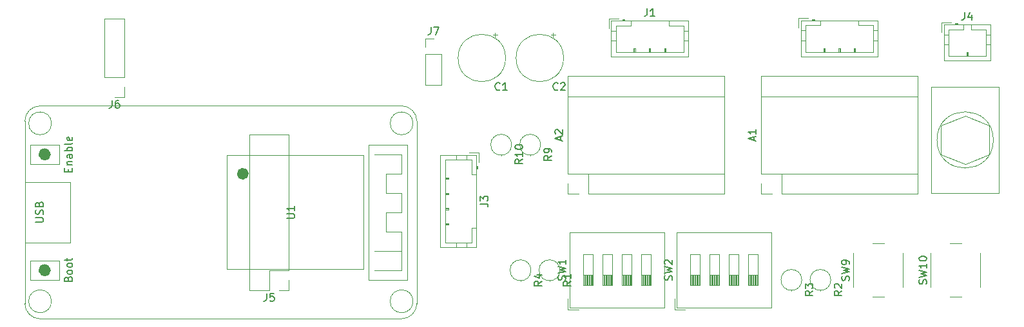
<source format=gbr>
%TF.GenerationSoftware,KiCad,Pcbnew,7.0.9*%
%TF.CreationDate,2024-02-22T23:19:38-05:00*%
%TF.ProjectId,schematics,73636865-6d61-4746-9963-732e6b696361,rev?*%
%TF.SameCoordinates,Original*%
%TF.FileFunction,Legend,Top*%
%TF.FilePolarity,Positive*%
%FSLAX46Y46*%
G04 Gerber Fmt 4.6, Leading zero omitted, Abs format (unit mm)*
G04 Created by KiCad (PCBNEW 7.0.9) date 2024-02-22 23:19:38*
%MOMM*%
%LPD*%
G01*
G04 APERTURE LIST*
%ADD10C,0.150000*%
%ADD11C,0.120000*%
%ADD12C,1.000000*%
%ADD13C,0.800000*%
G04 APERTURE END LIST*
D10*
X163999104Y-69284285D02*
X163999104Y-68808095D01*
X164284819Y-69379523D02*
X163284819Y-69046190D01*
X163284819Y-69046190D02*
X164284819Y-68712857D01*
X163380057Y-68427142D02*
X163332438Y-68379523D01*
X163332438Y-68379523D02*
X163284819Y-68284285D01*
X163284819Y-68284285D02*
X163284819Y-68046190D01*
X163284819Y-68046190D02*
X163332438Y-67950952D01*
X163332438Y-67950952D02*
X163380057Y-67903333D01*
X163380057Y-67903333D02*
X163475295Y-67855714D01*
X163475295Y-67855714D02*
X163570533Y-67855714D01*
X163570533Y-67855714D02*
X163713390Y-67903333D01*
X163713390Y-67903333D02*
X164284819Y-68474761D01*
X164284819Y-68474761D02*
X164284819Y-67855714D01*
X175386666Y-51926819D02*
X175386666Y-52641104D01*
X175386666Y-52641104D02*
X175339047Y-52783961D01*
X175339047Y-52783961D02*
X175243809Y-52879200D01*
X175243809Y-52879200D02*
X175100952Y-52926819D01*
X175100952Y-52926819D02*
X175005714Y-52926819D01*
X176386666Y-52926819D02*
X175815238Y-52926819D01*
X176100952Y-52926819D02*
X176100952Y-51926819D01*
X176100952Y-51926819D02*
X176005714Y-52069676D01*
X176005714Y-52069676D02*
X175910476Y-52164914D01*
X175910476Y-52164914D02*
X175815238Y-52212533D01*
X156043333Y-62589580D02*
X155995714Y-62637200D01*
X155995714Y-62637200D02*
X155852857Y-62684819D01*
X155852857Y-62684819D02*
X155757619Y-62684819D01*
X155757619Y-62684819D02*
X155614762Y-62637200D01*
X155614762Y-62637200D02*
X155519524Y-62541961D01*
X155519524Y-62541961D02*
X155471905Y-62446723D01*
X155471905Y-62446723D02*
X155424286Y-62256247D01*
X155424286Y-62256247D02*
X155424286Y-62113390D01*
X155424286Y-62113390D02*
X155471905Y-61922914D01*
X155471905Y-61922914D02*
X155519524Y-61827676D01*
X155519524Y-61827676D02*
X155614762Y-61732438D01*
X155614762Y-61732438D02*
X155757619Y-61684819D01*
X155757619Y-61684819D02*
X155852857Y-61684819D01*
X155852857Y-61684819D02*
X155995714Y-61732438D01*
X155995714Y-61732438D02*
X156043333Y-61780057D01*
X156995714Y-62684819D02*
X156424286Y-62684819D01*
X156710000Y-62684819D02*
X156710000Y-61684819D01*
X156710000Y-61684819D02*
X156614762Y-61827676D01*
X156614762Y-61827676D02*
X156519524Y-61922914D01*
X156519524Y-61922914D02*
X156424286Y-61970533D01*
X200977319Y-89066666D02*
X200501128Y-89399999D01*
X200977319Y-89638094D02*
X199977319Y-89638094D01*
X199977319Y-89638094D02*
X199977319Y-89257142D01*
X199977319Y-89257142D02*
X200024938Y-89161904D01*
X200024938Y-89161904D02*
X200072557Y-89114285D01*
X200072557Y-89114285D02*
X200167795Y-89066666D01*
X200167795Y-89066666D02*
X200310652Y-89066666D01*
X200310652Y-89066666D02*
X200405890Y-89114285D01*
X200405890Y-89114285D02*
X200453509Y-89161904D01*
X200453509Y-89161904D02*
X200501128Y-89257142D01*
X200501128Y-89257142D02*
X200501128Y-89638094D01*
X200072557Y-88685713D02*
X200024938Y-88638094D01*
X200024938Y-88638094D02*
X199977319Y-88542856D01*
X199977319Y-88542856D02*
X199977319Y-88304761D01*
X199977319Y-88304761D02*
X200024938Y-88209523D01*
X200024938Y-88209523D02*
X200072557Y-88161904D01*
X200072557Y-88161904D02*
X200167795Y-88114285D01*
X200167795Y-88114285D02*
X200263033Y-88114285D01*
X200263033Y-88114285D02*
X200405890Y-88161904D01*
X200405890Y-88161904D02*
X200977319Y-88733332D01*
X200977319Y-88733332D02*
X200977319Y-88114285D01*
X161574819Y-87796666D02*
X161098628Y-88129999D01*
X161574819Y-88368094D02*
X160574819Y-88368094D01*
X160574819Y-88368094D02*
X160574819Y-87987142D01*
X160574819Y-87987142D02*
X160622438Y-87891904D01*
X160622438Y-87891904D02*
X160670057Y-87844285D01*
X160670057Y-87844285D02*
X160765295Y-87796666D01*
X160765295Y-87796666D02*
X160908152Y-87796666D01*
X160908152Y-87796666D02*
X161003390Y-87844285D01*
X161003390Y-87844285D02*
X161051009Y-87891904D01*
X161051009Y-87891904D02*
X161098628Y-87987142D01*
X161098628Y-87987142D02*
X161098628Y-88368094D01*
X160908152Y-86939523D02*
X161574819Y-86939523D01*
X160527200Y-87177618D02*
X161241485Y-87415713D01*
X161241485Y-87415713D02*
X161241485Y-86796666D01*
X212057200Y-88169523D02*
X212104819Y-88026666D01*
X212104819Y-88026666D02*
X212104819Y-87788571D01*
X212104819Y-87788571D02*
X212057200Y-87693333D01*
X212057200Y-87693333D02*
X212009580Y-87645714D01*
X212009580Y-87645714D02*
X211914342Y-87598095D01*
X211914342Y-87598095D02*
X211819104Y-87598095D01*
X211819104Y-87598095D02*
X211723866Y-87645714D01*
X211723866Y-87645714D02*
X211676247Y-87693333D01*
X211676247Y-87693333D02*
X211628628Y-87788571D01*
X211628628Y-87788571D02*
X211581009Y-87979047D01*
X211581009Y-87979047D02*
X211533390Y-88074285D01*
X211533390Y-88074285D02*
X211485771Y-88121904D01*
X211485771Y-88121904D02*
X211390533Y-88169523D01*
X211390533Y-88169523D02*
X211295295Y-88169523D01*
X211295295Y-88169523D02*
X211200057Y-88121904D01*
X211200057Y-88121904D02*
X211152438Y-88074285D01*
X211152438Y-88074285D02*
X211104819Y-87979047D01*
X211104819Y-87979047D02*
X211104819Y-87740952D01*
X211104819Y-87740952D02*
X211152438Y-87598095D01*
X211104819Y-87264761D02*
X212104819Y-87026666D01*
X212104819Y-87026666D02*
X211390533Y-86836190D01*
X211390533Y-86836190D02*
X212104819Y-86645714D01*
X212104819Y-86645714D02*
X211104819Y-86407619D01*
X212104819Y-85502857D02*
X212104819Y-86074285D01*
X212104819Y-85788571D02*
X211104819Y-85788571D01*
X211104819Y-85788571D02*
X211247676Y-85883809D01*
X211247676Y-85883809D02*
X211342914Y-85979047D01*
X211342914Y-85979047D02*
X211390533Y-86074285D01*
X211104819Y-84883809D02*
X211104819Y-84788571D01*
X211104819Y-84788571D02*
X211152438Y-84693333D01*
X211152438Y-84693333D02*
X211200057Y-84645714D01*
X211200057Y-84645714D02*
X211295295Y-84598095D01*
X211295295Y-84598095D02*
X211485771Y-84550476D01*
X211485771Y-84550476D02*
X211723866Y-84550476D01*
X211723866Y-84550476D02*
X211914342Y-84598095D01*
X211914342Y-84598095D02*
X212009580Y-84645714D01*
X212009580Y-84645714D02*
X212057200Y-84693333D01*
X212057200Y-84693333D02*
X212104819Y-84788571D01*
X212104819Y-84788571D02*
X212104819Y-84883809D01*
X212104819Y-84883809D02*
X212057200Y-84979047D01*
X212057200Y-84979047D02*
X212009580Y-85026666D01*
X212009580Y-85026666D02*
X211914342Y-85074285D01*
X211914342Y-85074285D02*
X211723866Y-85121904D01*
X211723866Y-85121904D02*
X211485771Y-85121904D01*
X211485771Y-85121904D02*
X211295295Y-85074285D01*
X211295295Y-85074285D02*
X211200057Y-85026666D01*
X211200057Y-85026666D02*
X211152438Y-84979047D01*
X211152438Y-84979047D02*
X211104819Y-84883809D01*
X178639700Y-87650832D02*
X178687319Y-87507975D01*
X178687319Y-87507975D02*
X178687319Y-87269880D01*
X178687319Y-87269880D02*
X178639700Y-87174642D01*
X178639700Y-87174642D02*
X178592080Y-87127023D01*
X178592080Y-87127023D02*
X178496842Y-87079404D01*
X178496842Y-87079404D02*
X178401604Y-87079404D01*
X178401604Y-87079404D02*
X178306366Y-87127023D01*
X178306366Y-87127023D02*
X178258747Y-87174642D01*
X178258747Y-87174642D02*
X178211128Y-87269880D01*
X178211128Y-87269880D02*
X178163509Y-87460356D01*
X178163509Y-87460356D02*
X178115890Y-87555594D01*
X178115890Y-87555594D02*
X178068271Y-87603213D01*
X178068271Y-87603213D02*
X177973033Y-87650832D01*
X177973033Y-87650832D02*
X177877795Y-87650832D01*
X177877795Y-87650832D02*
X177782557Y-87603213D01*
X177782557Y-87603213D02*
X177734938Y-87555594D01*
X177734938Y-87555594D02*
X177687319Y-87460356D01*
X177687319Y-87460356D02*
X177687319Y-87222261D01*
X177687319Y-87222261D02*
X177734938Y-87079404D01*
X177687319Y-86746070D02*
X178687319Y-86507975D01*
X178687319Y-86507975D02*
X177973033Y-86317499D01*
X177973033Y-86317499D02*
X178687319Y-86127023D01*
X178687319Y-86127023D02*
X177687319Y-85888928D01*
X177782557Y-85555594D02*
X177734938Y-85507975D01*
X177734938Y-85507975D02*
X177687319Y-85412737D01*
X177687319Y-85412737D02*
X177687319Y-85174642D01*
X177687319Y-85174642D02*
X177734938Y-85079404D01*
X177734938Y-85079404D02*
X177782557Y-85031785D01*
X177782557Y-85031785D02*
X177877795Y-84984166D01*
X177877795Y-84984166D02*
X177973033Y-84984166D01*
X177973033Y-84984166D02*
X178115890Y-85031785D01*
X178115890Y-85031785D02*
X178687319Y-85603213D01*
X178687319Y-85603213D02*
X178687319Y-84984166D01*
X164637200Y-87650832D02*
X164684819Y-87507975D01*
X164684819Y-87507975D02*
X164684819Y-87269880D01*
X164684819Y-87269880D02*
X164637200Y-87174642D01*
X164637200Y-87174642D02*
X164589580Y-87127023D01*
X164589580Y-87127023D02*
X164494342Y-87079404D01*
X164494342Y-87079404D02*
X164399104Y-87079404D01*
X164399104Y-87079404D02*
X164303866Y-87127023D01*
X164303866Y-87127023D02*
X164256247Y-87174642D01*
X164256247Y-87174642D02*
X164208628Y-87269880D01*
X164208628Y-87269880D02*
X164161009Y-87460356D01*
X164161009Y-87460356D02*
X164113390Y-87555594D01*
X164113390Y-87555594D02*
X164065771Y-87603213D01*
X164065771Y-87603213D02*
X163970533Y-87650832D01*
X163970533Y-87650832D02*
X163875295Y-87650832D01*
X163875295Y-87650832D02*
X163780057Y-87603213D01*
X163780057Y-87603213D02*
X163732438Y-87555594D01*
X163732438Y-87555594D02*
X163684819Y-87460356D01*
X163684819Y-87460356D02*
X163684819Y-87222261D01*
X163684819Y-87222261D02*
X163732438Y-87079404D01*
X163684819Y-86746070D02*
X164684819Y-86507975D01*
X164684819Y-86507975D02*
X163970533Y-86317499D01*
X163970533Y-86317499D02*
X164684819Y-86127023D01*
X164684819Y-86127023D02*
X163684819Y-85888928D01*
X164684819Y-84984166D02*
X164684819Y-85555594D01*
X164684819Y-85269880D02*
X163684819Y-85269880D01*
X163684819Y-85269880D02*
X163827676Y-85365118D01*
X163827676Y-85365118D02*
X163922914Y-85460356D01*
X163922914Y-85460356D02*
X163970533Y-85555594D01*
X153484819Y-77613333D02*
X154199104Y-77613333D01*
X154199104Y-77613333D02*
X154341961Y-77660952D01*
X154341961Y-77660952D02*
X154437200Y-77756190D01*
X154437200Y-77756190D02*
X154484819Y-77899047D01*
X154484819Y-77899047D02*
X154484819Y-77994285D01*
X153484819Y-77232380D02*
X153484819Y-76613333D01*
X153484819Y-76613333D02*
X153865771Y-76946666D01*
X153865771Y-76946666D02*
X153865771Y-76803809D01*
X153865771Y-76803809D02*
X153913390Y-76708571D01*
X153913390Y-76708571D02*
X153961009Y-76660952D01*
X153961009Y-76660952D02*
X154056247Y-76613333D01*
X154056247Y-76613333D02*
X154294342Y-76613333D01*
X154294342Y-76613333D02*
X154389580Y-76660952D01*
X154389580Y-76660952D02*
X154437200Y-76708571D01*
X154437200Y-76708571D02*
X154484819Y-76803809D01*
X154484819Y-76803809D02*
X154484819Y-77089523D01*
X154484819Y-77089523D02*
X154437200Y-77184761D01*
X154437200Y-77184761D02*
X154389580Y-77232380D01*
X201897200Y-87693332D02*
X201944819Y-87550475D01*
X201944819Y-87550475D02*
X201944819Y-87312380D01*
X201944819Y-87312380D02*
X201897200Y-87217142D01*
X201897200Y-87217142D02*
X201849580Y-87169523D01*
X201849580Y-87169523D02*
X201754342Y-87121904D01*
X201754342Y-87121904D02*
X201659104Y-87121904D01*
X201659104Y-87121904D02*
X201563866Y-87169523D01*
X201563866Y-87169523D02*
X201516247Y-87217142D01*
X201516247Y-87217142D02*
X201468628Y-87312380D01*
X201468628Y-87312380D02*
X201421009Y-87502856D01*
X201421009Y-87502856D02*
X201373390Y-87598094D01*
X201373390Y-87598094D02*
X201325771Y-87645713D01*
X201325771Y-87645713D02*
X201230533Y-87693332D01*
X201230533Y-87693332D02*
X201135295Y-87693332D01*
X201135295Y-87693332D02*
X201040057Y-87645713D01*
X201040057Y-87645713D02*
X200992438Y-87598094D01*
X200992438Y-87598094D02*
X200944819Y-87502856D01*
X200944819Y-87502856D02*
X200944819Y-87264761D01*
X200944819Y-87264761D02*
X200992438Y-87121904D01*
X200944819Y-86788570D02*
X201944819Y-86550475D01*
X201944819Y-86550475D02*
X201230533Y-86359999D01*
X201230533Y-86359999D02*
X201944819Y-86169523D01*
X201944819Y-86169523D02*
X200944819Y-85931428D01*
X201944819Y-85502856D02*
X201944819Y-85312380D01*
X201944819Y-85312380D02*
X201897200Y-85217142D01*
X201897200Y-85217142D02*
X201849580Y-85169523D01*
X201849580Y-85169523D02*
X201706723Y-85074285D01*
X201706723Y-85074285D02*
X201516247Y-85026666D01*
X201516247Y-85026666D02*
X201135295Y-85026666D01*
X201135295Y-85026666D02*
X201040057Y-85074285D01*
X201040057Y-85074285D02*
X200992438Y-85121904D01*
X200992438Y-85121904D02*
X200944819Y-85217142D01*
X200944819Y-85217142D02*
X200944819Y-85407618D01*
X200944819Y-85407618D02*
X200992438Y-85502856D01*
X200992438Y-85502856D02*
X201040057Y-85550475D01*
X201040057Y-85550475D02*
X201135295Y-85598094D01*
X201135295Y-85598094D02*
X201373390Y-85598094D01*
X201373390Y-85598094D02*
X201468628Y-85550475D01*
X201468628Y-85550475D02*
X201516247Y-85502856D01*
X201516247Y-85502856D02*
X201563866Y-85407618D01*
X201563866Y-85407618D02*
X201563866Y-85217142D01*
X201563866Y-85217142D02*
X201516247Y-85121904D01*
X201516247Y-85121904D02*
X201468628Y-85074285D01*
X201468628Y-85074285D02*
X201373390Y-85026666D01*
X128074819Y-79501904D02*
X128884342Y-79501904D01*
X128884342Y-79501904D02*
X128979580Y-79454285D01*
X128979580Y-79454285D02*
X129027200Y-79406666D01*
X129027200Y-79406666D02*
X129074819Y-79311428D01*
X129074819Y-79311428D02*
X129074819Y-79120952D01*
X129074819Y-79120952D02*
X129027200Y-79025714D01*
X129027200Y-79025714D02*
X128979580Y-78978095D01*
X128979580Y-78978095D02*
X128884342Y-78930476D01*
X128884342Y-78930476D02*
X128074819Y-78930476D01*
X129074819Y-77930476D02*
X129074819Y-78501904D01*
X129074819Y-78216190D02*
X128074819Y-78216190D01*
X128074819Y-78216190D02*
X128217676Y-78311428D01*
X128217676Y-78311428D02*
X128312914Y-78406666D01*
X128312914Y-78406666D02*
X128360533Y-78501904D01*
X99341009Y-87479047D02*
X99388628Y-87336190D01*
X99388628Y-87336190D02*
X99436247Y-87288571D01*
X99436247Y-87288571D02*
X99531485Y-87240952D01*
X99531485Y-87240952D02*
X99674342Y-87240952D01*
X99674342Y-87240952D02*
X99769580Y-87288571D01*
X99769580Y-87288571D02*
X99817200Y-87336190D01*
X99817200Y-87336190D02*
X99864819Y-87431428D01*
X99864819Y-87431428D02*
X99864819Y-87812380D01*
X99864819Y-87812380D02*
X98864819Y-87812380D01*
X98864819Y-87812380D02*
X98864819Y-87479047D01*
X98864819Y-87479047D02*
X98912438Y-87383809D01*
X98912438Y-87383809D02*
X98960057Y-87336190D01*
X98960057Y-87336190D02*
X99055295Y-87288571D01*
X99055295Y-87288571D02*
X99150533Y-87288571D01*
X99150533Y-87288571D02*
X99245771Y-87336190D01*
X99245771Y-87336190D02*
X99293390Y-87383809D01*
X99293390Y-87383809D02*
X99341009Y-87479047D01*
X99341009Y-87479047D02*
X99341009Y-87812380D01*
X99864819Y-86669523D02*
X99817200Y-86764761D01*
X99817200Y-86764761D02*
X99769580Y-86812380D01*
X99769580Y-86812380D02*
X99674342Y-86859999D01*
X99674342Y-86859999D02*
X99388628Y-86859999D01*
X99388628Y-86859999D02*
X99293390Y-86812380D01*
X99293390Y-86812380D02*
X99245771Y-86764761D01*
X99245771Y-86764761D02*
X99198152Y-86669523D01*
X99198152Y-86669523D02*
X99198152Y-86526666D01*
X99198152Y-86526666D02*
X99245771Y-86431428D01*
X99245771Y-86431428D02*
X99293390Y-86383809D01*
X99293390Y-86383809D02*
X99388628Y-86336190D01*
X99388628Y-86336190D02*
X99674342Y-86336190D01*
X99674342Y-86336190D02*
X99769580Y-86383809D01*
X99769580Y-86383809D02*
X99817200Y-86431428D01*
X99817200Y-86431428D02*
X99864819Y-86526666D01*
X99864819Y-86526666D02*
X99864819Y-86669523D01*
X99864819Y-85764761D02*
X99817200Y-85859999D01*
X99817200Y-85859999D02*
X99769580Y-85907618D01*
X99769580Y-85907618D02*
X99674342Y-85955237D01*
X99674342Y-85955237D02*
X99388628Y-85955237D01*
X99388628Y-85955237D02*
X99293390Y-85907618D01*
X99293390Y-85907618D02*
X99245771Y-85859999D01*
X99245771Y-85859999D02*
X99198152Y-85764761D01*
X99198152Y-85764761D02*
X99198152Y-85621904D01*
X99198152Y-85621904D02*
X99245771Y-85526666D01*
X99245771Y-85526666D02*
X99293390Y-85479047D01*
X99293390Y-85479047D02*
X99388628Y-85431428D01*
X99388628Y-85431428D02*
X99674342Y-85431428D01*
X99674342Y-85431428D02*
X99769580Y-85479047D01*
X99769580Y-85479047D02*
X99817200Y-85526666D01*
X99817200Y-85526666D02*
X99864819Y-85621904D01*
X99864819Y-85621904D02*
X99864819Y-85764761D01*
X99198152Y-85145713D02*
X99198152Y-84764761D01*
X98864819Y-85002856D02*
X99721961Y-85002856D01*
X99721961Y-85002856D02*
X99817200Y-84955237D01*
X99817200Y-84955237D02*
X99864819Y-84859999D01*
X99864819Y-84859999D02*
X99864819Y-84764761D01*
X95054819Y-80001904D02*
X95864342Y-80001904D01*
X95864342Y-80001904D02*
X95959580Y-79954285D01*
X95959580Y-79954285D02*
X96007200Y-79906666D01*
X96007200Y-79906666D02*
X96054819Y-79811428D01*
X96054819Y-79811428D02*
X96054819Y-79620952D01*
X96054819Y-79620952D02*
X96007200Y-79525714D01*
X96007200Y-79525714D02*
X95959580Y-79478095D01*
X95959580Y-79478095D02*
X95864342Y-79430476D01*
X95864342Y-79430476D02*
X95054819Y-79430476D01*
X96007200Y-79001904D02*
X96054819Y-78859047D01*
X96054819Y-78859047D02*
X96054819Y-78620952D01*
X96054819Y-78620952D02*
X96007200Y-78525714D01*
X96007200Y-78525714D02*
X95959580Y-78478095D01*
X95959580Y-78478095D02*
X95864342Y-78430476D01*
X95864342Y-78430476D02*
X95769104Y-78430476D01*
X95769104Y-78430476D02*
X95673866Y-78478095D01*
X95673866Y-78478095D02*
X95626247Y-78525714D01*
X95626247Y-78525714D02*
X95578628Y-78620952D01*
X95578628Y-78620952D02*
X95531009Y-78811428D01*
X95531009Y-78811428D02*
X95483390Y-78906666D01*
X95483390Y-78906666D02*
X95435771Y-78954285D01*
X95435771Y-78954285D02*
X95340533Y-79001904D01*
X95340533Y-79001904D02*
X95245295Y-79001904D01*
X95245295Y-79001904D02*
X95150057Y-78954285D01*
X95150057Y-78954285D02*
X95102438Y-78906666D01*
X95102438Y-78906666D02*
X95054819Y-78811428D01*
X95054819Y-78811428D02*
X95054819Y-78573333D01*
X95054819Y-78573333D02*
X95102438Y-78430476D01*
X95531009Y-77668571D02*
X95578628Y-77525714D01*
X95578628Y-77525714D02*
X95626247Y-77478095D01*
X95626247Y-77478095D02*
X95721485Y-77430476D01*
X95721485Y-77430476D02*
X95864342Y-77430476D01*
X95864342Y-77430476D02*
X95959580Y-77478095D01*
X95959580Y-77478095D02*
X96007200Y-77525714D01*
X96007200Y-77525714D02*
X96054819Y-77620952D01*
X96054819Y-77620952D02*
X96054819Y-78001904D01*
X96054819Y-78001904D02*
X95054819Y-78001904D01*
X95054819Y-78001904D02*
X95054819Y-77668571D01*
X95054819Y-77668571D02*
X95102438Y-77573333D01*
X95102438Y-77573333D02*
X95150057Y-77525714D01*
X95150057Y-77525714D02*
X95245295Y-77478095D01*
X95245295Y-77478095D02*
X95340533Y-77478095D01*
X95340533Y-77478095D02*
X95435771Y-77525714D01*
X95435771Y-77525714D02*
X95483390Y-77573333D01*
X95483390Y-77573333D02*
X95531009Y-77668571D01*
X95531009Y-77668571D02*
X95531009Y-78001904D01*
X99341009Y-73381904D02*
X99341009Y-73048571D01*
X99864819Y-72905714D02*
X99864819Y-73381904D01*
X99864819Y-73381904D02*
X98864819Y-73381904D01*
X98864819Y-73381904D02*
X98864819Y-72905714D01*
X99198152Y-72477142D02*
X99864819Y-72477142D01*
X99293390Y-72477142D02*
X99245771Y-72429523D01*
X99245771Y-72429523D02*
X99198152Y-72334285D01*
X99198152Y-72334285D02*
X99198152Y-72191428D01*
X99198152Y-72191428D02*
X99245771Y-72096190D01*
X99245771Y-72096190D02*
X99341009Y-72048571D01*
X99341009Y-72048571D02*
X99864819Y-72048571D01*
X99864819Y-71143809D02*
X99341009Y-71143809D01*
X99341009Y-71143809D02*
X99245771Y-71191428D01*
X99245771Y-71191428D02*
X99198152Y-71286666D01*
X99198152Y-71286666D02*
X99198152Y-71477142D01*
X99198152Y-71477142D02*
X99245771Y-71572380D01*
X99817200Y-71143809D02*
X99864819Y-71239047D01*
X99864819Y-71239047D02*
X99864819Y-71477142D01*
X99864819Y-71477142D02*
X99817200Y-71572380D01*
X99817200Y-71572380D02*
X99721961Y-71619999D01*
X99721961Y-71619999D02*
X99626723Y-71619999D01*
X99626723Y-71619999D02*
X99531485Y-71572380D01*
X99531485Y-71572380D02*
X99483866Y-71477142D01*
X99483866Y-71477142D02*
X99483866Y-71239047D01*
X99483866Y-71239047D02*
X99436247Y-71143809D01*
X99864819Y-70667618D02*
X98864819Y-70667618D01*
X99245771Y-70667618D02*
X99198152Y-70572380D01*
X99198152Y-70572380D02*
X99198152Y-70381904D01*
X99198152Y-70381904D02*
X99245771Y-70286666D01*
X99245771Y-70286666D02*
X99293390Y-70239047D01*
X99293390Y-70239047D02*
X99388628Y-70191428D01*
X99388628Y-70191428D02*
X99674342Y-70191428D01*
X99674342Y-70191428D02*
X99769580Y-70239047D01*
X99769580Y-70239047D02*
X99817200Y-70286666D01*
X99817200Y-70286666D02*
X99864819Y-70381904D01*
X99864819Y-70381904D02*
X99864819Y-70572380D01*
X99864819Y-70572380D02*
X99817200Y-70667618D01*
X99864819Y-69619999D02*
X99817200Y-69715237D01*
X99817200Y-69715237D02*
X99721961Y-69762856D01*
X99721961Y-69762856D02*
X98864819Y-69762856D01*
X99817200Y-68858094D02*
X99864819Y-68953332D01*
X99864819Y-68953332D02*
X99864819Y-69143808D01*
X99864819Y-69143808D02*
X99817200Y-69239046D01*
X99817200Y-69239046D02*
X99721961Y-69286665D01*
X99721961Y-69286665D02*
X99341009Y-69286665D01*
X99341009Y-69286665D02*
X99245771Y-69239046D01*
X99245771Y-69239046D02*
X99198152Y-69143808D01*
X99198152Y-69143808D02*
X99198152Y-68953332D01*
X99198152Y-68953332D02*
X99245771Y-68858094D01*
X99245771Y-68858094D02*
X99341009Y-68810475D01*
X99341009Y-68810475D02*
X99436247Y-68810475D01*
X99436247Y-68810475D02*
X99531485Y-69286665D01*
X163663333Y-62589580D02*
X163615714Y-62637200D01*
X163615714Y-62637200D02*
X163472857Y-62684819D01*
X163472857Y-62684819D02*
X163377619Y-62684819D01*
X163377619Y-62684819D02*
X163234762Y-62637200D01*
X163234762Y-62637200D02*
X163139524Y-62541961D01*
X163139524Y-62541961D02*
X163091905Y-62446723D01*
X163091905Y-62446723D02*
X163044286Y-62256247D01*
X163044286Y-62256247D02*
X163044286Y-62113390D01*
X163044286Y-62113390D02*
X163091905Y-61922914D01*
X163091905Y-61922914D02*
X163139524Y-61827676D01*
X163139524Y-61827676D02*
X163234762Y-61732438D01*
X163234762Y-61732438D02*
X163377619Y-61684819D01*
X163377619Y-61684819D02*
X163472857Y-61684819D01*
X163472857Y-61684819D02*
X163615714Y-61732438D01*
X163615714Y-61732438D02*
X163663333Y-61780057D01*
X164044286Y-61780057D02*
X164091905Y-61732438D01*
X164091905Y-61732438D02*
X164187143Y-61684819D01*
X164187143Y-61684819D02*
X164425238Y-61684819D01*
X164425238Y-61684819D02*
X164520476Y-61732438D01*
X164520476Y-61732438D02*
X164568095Y-61780057D01*
X164568095Y-61780057D02*
X164615714Y-61875295D01*
X164615714Y-61875295D02*
X164615714Y-61970533D01*
X164615714Y-61970533D02*
X164568095Y-62113390D01*
X164568095Y-62113390D02*
X163996667Y-62684819D01*
X163996667Y-62684819D02*
X164615714Y-62684819D01*
X146986666Y-54354819D02*
X146986666Y-55069104D01*
X146986666Y-55069104D02*
X146939047Y-55211961D01*
X146939047Y-55211961D02*
X146843809Y-55307200D01*
X146843809Y-55307200D02*
X146700952Y-55354819D01*
X146700952Y-55354819D02*
X146605714Y-55354819D01*
X147367619Y-54354819D02*
X148034285Y-54354819D01*
X148034285Y-54354819D02*
X147605714Y-55354819D01*
X105076666Y-64014819D02*
X105076666Y-64729104D01*
X105076666Y-64729104D02*
X105029047Y-64871961D01*
X105029047Y-64871961D02*
X104933809Y-64967200D01*
X104933809Y-64967200D02*
X104790952Y-65014819D01*
X104790952Y-65014819D02*
X104695714Y-65014819D01*
X105981428Y-64014819D02*
X105790952Y-64014819D01*
X105790952Y-64014819D02*
X105695714Y-64062438D01*
X105695714Y-64062438D02*
X105648095Y-64110057D01*
X105648095Y-64110057D02*
X105552857Y-64252914D01*
X105552857Y-64252914D02*
X105505238Y-64443390D01*
X105505238Y-64443390D02*
X105505238Y-64824342D01*
X105505238Y-64824342D02*
X105552857Y-64919580D01*
X105552857Y-64919580D02*
X105600476Y-64967200D01*
X105600476Y-64967200D02*
X105695714Y-65014819D01*
X105695714Y-65014819D02*
X105886190Y-65014819D01*
X105886190Y-65014819D02*
X105981428Y-64967200D01*
X105981428Y-64967200D02*
X106029047Y-64919580D01*
X106029047Y-64919580D02*
X106076666Y-64824342D01*
X106076666Y-64824342D02*
X106076666Y-64586247D01*
X106076666Y-64586247D02*
X106029047Y-64491009D01*
X106029047Y-64491009D02*
X105981428Y-64443390D01*
X105981428Y-64443390D02*
X105886190Y-64395771D01*
X105886190Y-64395771D02*
X105695714Y-64395771D01*
X105695714Y-64395771D02*
X105600476Y-64443390D01*
X105600476Y-64443390D02*
X105552857Y-64491009D01*
X105552857Y-64491009D02*
X105505238Y-64586247D01*
X217106666Y-52434819D02*
X217106666Y-53149104D01*
X217106666Y-53149104D02*
X217059047Y-53291961D01*
X217059047Y-53291961D02*
X216963809Y-53387200D01*
X216963809Y-53387200D02*
X216820952Y-53434819D01*
X216820952Y-53434819D02*
X216725714Y-53434819D01*
X218011428Y-52768152D02*
X218011428Y-53434819D01*
X217773333Y-52387200D02*
X217535238Y-53101485D01*
X217535238Y-53101485D02*
X218154285Y-53101485D01*
X125396666Y-89414819D02*
X125396666Y-90129104D01*
X125396666Y-90129104D02*
X125349047Y-90271961D01*
X125349047Y-90271961D02*
X125253809Y-90367200D01*
X125253809Y-90367200D02*
X125110952Y-90414819D01*
X125110952Y-90414819D02*
X125015714Y-90414819D01*
X126349047Y-89414819D02*
X125872857Y-89414819D01*
X125872857Y-89414819D02*
X125825238Y-89891009D01*
X125825238Y-89891009D02*
X125872857Y-89843390D01*
X125872857Y-89843390D02*
X125968095Y-89795771D01*
X125968095Y-89795771D02*
X126206190Y-89795771D01*
X126206190Y-89795771D02*
X126301428Y-89843390D01*
X126301428Y-89843390D02*
X126349047Y-89891009D01*
X126349047Y-89891009D02*
X126396666Y-89986247D01*
X126396666Y-89986247D02*
X126396666Y-90224342D01*
X126396666Y-90224342D02*
X126349047Y-90319580D01*
X126349047Y-90319580D02*
X126301428Y-90367200D01*
X126301428Y-90367200D02*
X126206190Y-90414819D01*
X126206190Y-90414819D02*
X125968095Y-90414819D01*
X125968095Y-90414819D02*
X125872857Y-90367200D01*
X125872857Y-90367200D02*
X125825238Y-90319580D01*
X165384819Y-87796666D02*
X164908628Y-88129999D01*
X165384819Y-88368094D02*
X164384819Y-88368094D01*
X164384819Y-88368094D02*
X164384819Y-87987142D01*
X164384819Y-87987142D02*
X164432438Y-87891904D01*
X164432438Y-87891904D02*
X164480057Y-87844285D01*
X164480057Y-87844285D02*
X164575295Y-87796666D01*
X164575295Y-87796666D02*
X164718152Y-87796666D01*
X164718152Y-87796666D02*
X164813390Y-87844285D01*
X164813390Y-87844285D02*
X164861009Y-87891904D01*
X164861009Y-87891904D02*
X164908628Y-87987142D01*
X164908628Y-87987142D02*
X164908628Y-88368094D01*
X165384819Y-86844285D02*
X165384819Y-87415713D01*
X165384819Y-87129999D02*
X164384819Y-87129999D01*
X164384819Y-87129999D02*
X164527676Y-87225237D01*
X164527676Y-87225237D02*
X164622914Y-87320475D01*
X164622914Y-87320475D02*
X164670533Y-87415713D01*
X197167319Y-89066666D02*
X196691128Y-89399999D01*
X197167319Y-89638094D02*
X196167319Y-89638094D01*
X196167319Y-89638094D02*
X196167319Y-89257142D01*
X196167319Y-89257142D02*
X196214938Y-89161904D01*
X196214938Y-89161904D02*
X196262557Y-89114285D01*
X196262557Y-89114285D02*
X196357795Y-89066666D01*
X196357795Y-89066666D02*
X196500652Y-89066666D01*
X196500652Y-89066666D02*
X196595890Y-89114285D01*
X196595890Y-89114285D02*
X196643509Y-89161904D01*
X196643509Y-89161904D02*
X196691128Y-89257142D01*
X196691128Y-89257142D02*
X196691128Y-89638094D01*
X196167319Y-88733332D02*
X196167319Y-88114285D01*
X196167319Y-88114285D02*
X196548271Y-88447618D01*
X196548271Y-88447618D02*
X196548271Y-88304761D01*
X196548271Y-88304761D02*
X196595890Y-88209523D01*
X196595890Y-88209523D02*
X196643509Y-88161904D01*
X196643509Y-88161904D02*
X196738747Y-88114285D01*
X196738747Y-88114285D02*
X196976842Y-88114285D01*
X196976842Y-88114285D02*
X197072080Y-88161904D01*
X197072080Y-88161904D02*
X197119700Y-88209523D01*
X197119700Y-88209523D02*
X197167319Y-88304761D01*
X197167319Y-88304761D02*
X197167319Y-88590475D01*
X197167319Y-88590475D02*
X197119700Y-88685713D01*
X197119700Y-88685713D02*
X197072080Y-88733332D01*
X162844819Y-71286666D02*
X162368628Y-71619999D01*
X162844819Y-71858094D02*
X161844819Y-71858094D01*
X161844819Y-71858094D02*
X161844819Y-71477142D01*
X161844819Y-71477142D02*
X161892438Y-71381904D01*
X161892438Y-71381904D02*
X161940057Y-71334285D01*
X161940057Y-71334285D02*
X162035295Y-71286666D01*
X162035295Y-71286666D02*
X162178152Y-71286666D01*
X162178152Y-71286666D02*
X162273390Y-71334285D01*
X162273390Y-71334285D02*
X162321009Y-71381904D01*
X162321009Y-71381904D02*
X162368628Y-71477142D01*
X162368628Y-71477142D02*
X162368628Y-71858094D01*
X162844819Y-70810475D02*
X162844819Y-70619999D01*
X162844819Y-70619999D02*
X162797200Y-70524761D01*
X162797200Y-70524761D02*
X162749580Y-70477142D01*
X162749580Y-70477142D02*
X162606723Y-70381904D01*
X162606723Y-70381904D02*
X162416247Y-70334285D01*
X162416247Y-70334285D02*
X162035295Y-70334285D01*
X162035295Y-70334285D02*
X161940057Y-70381904D01*
X161940057Y-70381904D02*
X161892438Y-70429523D01*
X161892438Y-70429523D02*
X161844819Y-70524761D01*
X161844819Y-70524761D02*
X161844819Y-70715237D01*
X161844819Y-70715237D02*
X161892438Y-70810475D01*
X161892438Y-70810475D02*
X161940057Y-70858094D01*
X161940057Y-70858094D02*
X162035295Y-70905713D01*
X162035295Y-70905713D02*
X162273390Y-70905713D01*
X162273390Y-70905713D02*
X162368628Y-70858094D01*
X162368628Y-70858094D02*
X162416247Y-70810475D01*
X162416247Y-70810475D02*
X162463866Y-70715237D01*
X162463866Y-70715237D02*
X162463866Y-70524761D01*
X162463866Y-70524761D02*
X162416247Y-70429523D01*
X162416247Y-70429523D02*
X162368628Y-70381904D01*
X162368628Y-70381904D02*
X162273390Y-70334285D01*
X189399104Y-69294285D02*
X189399104Y-68818095D01*
X189684819Y-69389523D02*
X188684819Y-69056190D01*
X188684819Y-69056190D02*
X189684819Y-68722857D01*
X189684819Y-67865714D02*
X189684819Y-68437142D01*
X189684819Y-68151428D02*
X188684819Y-68151428D01*
X188684819Y-68151428D02*
X188827676Y-68246666D01*
X188827676Y-68246666D02*
X188922914Y-68341904D01*
X188922914Y-68341904D02*
X188970533Y-68437142D01*
X159034819Y-71762857D02*
X158558628Y-72096190D01*
X159034819Y-72334285D02*
X158034819Y-72334285D01*
X158034819Y-72334285D02*
X158034819Y-71953333D01*
X158034819Y-71953333D02*
X158082438Y-71858095D01*
X158082438Y-71858095D02*
X158130057Y-71810476D01*
X158130057Y-71810476D02*
X158225295Y-71762857D01*
X158225295Y-71762857D02*
X158368152Y-71762857D01*
X158368152Y-71762857D02*
X158463390Y-71810476D01*
X158463390Y-71810476D02*
X158511009Y-71858095D01*
X158511009Y-71858095D02*
X158558628Y-71953333D01*
X158558628Y-71953333D02*
X158558628Y-72334285D01*
X159034819Y-70810476D02*
X159034819Y-71381904D01*
X159034819Y-71096190D02*
X158034819Y-71096190D01*
X158034819Y-71096190D02*
X158177676Y-71191428D01*
X158177676Y-71191428D02*
X158272914Y-71286666D01*
X158272914Y-71286666D02*
X158320533Y-71381904D01*
X158034819Y-70191428D02*
X158034819Y-70096190D01*
X158034819Y-70096190D02*
X158082438Y-70000952D01*
X158082438Y-70000952D02*
X158130057Y-69953333D01*
X158130057Y-69953333D02*
X158225295Y-69905714D01*
X158225295Y-69905714D02*
X158415771Y-69858095D01*
X158415771Y-69858095D02*
X158653866Y-69858095D01*
X158653866Y-69858095D02*
X158844342Y-69905714D01*
X158844342Y-69905714D02*
X158939580Y-69953333D01*
X158939580Y-69953333D02*
X158987200Y-70000952D01*
X158987200Y-70000952D02*
X159034819Y-70096190D01*
X159034819Y-70096190D02*
X159034819Y-70191428D01*
X159034819Y-70191428D02*
X158987200Y-70286666D01*
X158987200Y-70286666D02*
X158939580Y-70334285D01*
X158939580Y-70334285D02*
X158844342Y-70381904D01*
X158844342Y-70381904D02*
X158653866Y-70429523D01*
X158653866Y-70429523D02*
X158415771Y-70429523D01*
X158415771Y-70429523D02*
X158225295Y-70381904D01*
X158225295Y-70381904D02*
X158130057Y-70334285D01*
X158130057Y-70334285D02*
X158082438Y-70286666D01*
X158082438Y-70286666D02*
X158034819Y-70191428D01*
D11*
%TO.C,A2*%
X164970000Y-76320000D02*
X166370000Y-76320000D01*
X167640000Y-76320000D02*
X185550000Y-76320000D01*
X185550000Y-76320000D02*
X185550000Y-60820000D01*
X164970000Y-74920000D02*
X164970000Y-76320000D01*
X164970000Y-73650000D02*
X167640000Y-73650000D01*
X167640000Y-73650000D02*
X167640000Y-76320000D01*
X167640000Y-73650000D02*
X185550000Y-73650000D01*
X164970000Y-63490000D02*
X185550000Y-63490000D01*
X164970000Y-60820000D02*
X164970000Y-73650000D01*
X185550000Y-60820000D02*
X164970000Y-60820000D01*
%TO.C,J1*%
X170360000Y-53262000D02*
X170360000Y-54512000D01*
X170660000Y-53562000D02*
X170660000Y-58282000D01*
X170660000Y-54872000D02*
X171270000Y-54872000D01*
X170660000Y-56172000D02*
X171270000Y-56172000D01*
X170660000Y-58282000D02*
X180780000Y-58282000D01*
X171270000Y-54172000D02*
X171270000Y-57672000D01*
X171270000Y-57672000D02*
X180170000Y-57672000D01*
X171610000Y-53262000D02*
X170360000Y-53262000D01*
X172120000Y-53362000D02*
X172120000Y-53562000D01*
X172420000Y-53362000D02*
X172120000Y-53362000D01*
X172420000Y-53462000D02*
X172120000Y-53462000D01*
X172420000Y-53562000D02*
X172420000Y-53362000D01*
X173220000Y-53562000D02*
X173220000Y-54172000D01*
X173220000Y-54172000D02*
X171270000Y-54172000D01*
X173620000Y-57172000D02*
X173820000Y-57172000D01*
X173620000Y-57672000D02*
X173620000Y-57172000D01*
X173720000Y-57672000D02*
X173720000Y-57172000D01*
X173820000Y-57172000D02*
X173820000Y-57672000D01*
X175620000Y-57172000D02*
X175820000Y-57172000D01*
X175620000Y-57672000D02*
X175620000Y-57172000D01*
X175720000Y-57672000D02*
X175720000Y-57172000D01*
X175820000Y-57172000D02*
X175820000Y-57672000D01*
X177620000Y-57172000D02*
X177820000Y-57172000D01*
X177620000Y-57672000D02*
X177620000Y-57172000D01*
X177720000Y-57672000D02*
X177720000Y-57172000D01*
X177820000Y-57172000D02*
X177820000Y-57672000D01*
X178220000Y-54172000D02*
X178220000Y-53562000D01*
X180170000Y-54172000D02*
X178220000Y-54172000D01*
X180170000Y-57672000D02*
X180170000Y-54172000D01*
X180780000Y-53562000D02*
X170660000Y-53562000D01*
X180780000Y-54872000D02*
X180170000Y-54872000D01*
X180780000Y-56172000D02*
X180170000Y-56172000D01*
X180780000Y-58282000D02*
X180780000Y-53562000D01*
%TO.C,C1*%
X155425000Y-55100251D02*
X155425000Y-55700251D01*
X155725000Y-55400251D02*
X155125000Y-55400251D01*
X156790000Y-58440000D02*
G75*
G03*
X156790000Y-58440000I-3120000J0D01*
G01*
%TO.C,R2*%
X198152500Y-89000000D02*
X198152500Y-89070000D01*
X199522500Y-87630000D02*
G75*
G03*
X199522500Y-87630000I-1370000J0D01*
G01*
%TO.C,R4*%
X158750000Y-87730000D02*
X158750000Y-87800000D01*
X160120000Y-86360000D02*
G75*
G03*
X160120000Y-86360000I-1370000J0D01*
G01*
%TO.C,SW10*%
X215150000Y-89860000D02*
X216650000Y-89860000D01*
X219150000Y-88610000D02*
X219150000Y-84110000D01*
X212650000Y-84110000D02*
X212650000Y-88610000D01*
X216650000Y-82860000D02*
X215150000Y-82860000D01*
%TO.C,SW2*%
X178992500Y-91507500D02*
X180375500Y-91507500D01*
X178992500Y-91507500D02*
X178992500Y-90123500D01*
X179232500Y-91267500D02*
X191692500Y-91267500D01*
X179232500Y-91267500D02*
X179232500Y-81367500D01*
X191692500Y-91267500D02*
X191692500Y-81367500D01*
X181017500Y-88347500D02*
X182287500Y-88347500D01*
X181137500Y-88347500D02*
X181137500Y-86994167D01*
X181257500Y-88347500D02*
X181257500Y-86994167D01*
X181377500Y-88347500D02*
X181377500Y-86994167D01*
X181497500Y-88347500D02*
X181497500Y-86994167D01*
X181617500Y-88347500D02*
X181617500Y-86994167D01*
X181737500Y-88347500D02*
X181737500Y-86994167D01*
X181857500Y-88347500D02*
X181857500Y-86994167D01*
X181977500Y-88347500D02*
X181977500Y-86994167D01*
X182097500Y-88347500D02*
X182097500Y-86994167D01*
X182217500Y-88347500D02*
X182217500Y-86994167D01*
X182287500Y-88347500D02*
X182287500Y-84287500D01*
X183557500Y-88347500D02*
X184827500Y-88347500D01*
X183677500Y-88347500D02*
X183677500Y-86994167D01*
X183797500Y-88347500D02*
X183797500Y-86994167D01*
X183917500Y-88347500D02*
X183917500Y-86994167D01*
X184037500Y-88347500D02*
X184037500Y-86994167D01*
X184157500Y-88347500D02*
X184157500Y-86994167D01*
X184277500Y-88347500D02*
X184277500Y-86994167D01*
X184397500Y-88347500D02*
X184397500Y-86994167D01*
X184517500Y-88347500D02*
X184517500Y-86994167D01*
X184637500Y-88347500D02*
X184637500Y-86994167D01*
X184757500Y-88347500D02*
X184757500Y-86994167D01*
X184827500Y-88347500D02*
X184827500Y-84287500D01*
X186097500Y-88347500D02*
X187367500Y-88347500D01*
X186217500Y-88347500D02*
X186217500Y-86994167D01*
X186337500Y-88347500D02*
X186337500Y-86994167D01*
X186457500Y-88347500D02*
X186457500Y-86994167D01*
X186577500Y-88347500D02*
X186577500Y-86994167D01*
X186697500Y-88347500D02*
X186697500Y-86994167D01*
X186817500Y-88347500D02*
X186817500Y-86994167D01*
X186937500Y-88347500D02*
X186937500Y-86994167D01*
X187057500Y-88347500D02*
X187057500Y-86994167D01*
X187177500Y-88347500D02*
X187177500Y-86994167D01*
X187297500Y-88347500D02*
X187297500Y-86994167D01*
X187367500Y-88347500D02*
X187367500Y-84287500D01*
X188637500Y-88347500D02*
X189907500Y-88347500D01*
X188757500Y-88347500D02*
X188757500Y-86994167D01*
X188877500Y-88347500D02*
X188877500Y-86994167D01*
X188997500Y-88347500D02*
X188997500Y-86994167D01*
X189117500Y-88347500D02*
X189117500Y-86994167D01*
X189237500Y-88347500D02*
X189237500Y-86994167D01*
X189357500Y-88347500D02*
X189357500Y-86994167D01*
X189477500Y-88347500D02*
X189477500Y-86994167D01*
X189597500Y-88347500D02*
X189597500Y-86994167D01*
X189717500Y-88347500D02*
X189717500Y-86994167D01*
X189837500Y-88347500D02*
X189837500Y-86994167D01*
X189907500Y-88347500D02*
X189907500Y-84287500D01*
X181017500Y-86994167D02*
X182287500Y-86994167D01*
X183557500Y-86994167D02*
X184827500Y-86994167D01*
X186097500Y-86994167D02*
X187367500Y-86994167D01*
X188637500Y-86994167D02*
X189907500Y-86994167D01*
X181017500Y-84287500D02*
X181017500Y-88347500D01*
X182287500Y-84287500D02*
X181017500Y-84287500D01*
X183557500Y-84287500D02*
X183557500Y-88347500D01*
X184827500Y-84287500D02*
X183557500Y-84287500D01*
X186097500Y-84287500D02*
X186097500Y-88347500D01*
X187367500Y-84287500D02*
X186097500Y-84287500D01*
X188637500Y-84287500D02*
X188637500Y-88347500D01*
X189907500Y-84287500D02*
X188637500Y-84287500D01*
X179232500Y-81367500D02*
X191692500Y-81367500D01*
%TO.C,SW1*%
X164990000Y-91507500D02*
X166373000Y-91507500D01*
X164990000Y-91507500D02*
X164990000Y-90123500D01*
X165230000Y-91267500D02*
X177690000Y-91267500D01*
X165230000Y-91267500D02*
X165230000Y-81367500D01*
X177690000Y-91267500D02*
X177690000Y-81367500D01*
X167015000Y-88347500D02*
X168285000Y-88347500D01*
X167135000Y-88347500D02*
X167135000Y-86994167D01*
X167255000Y-88347500D02*
X167255000Y-86994167D01*
X167375000Y-88347500D02*
X167375000Y-86994167D01*
X167495000Y-88347500D02*
X167495000Y-86994167D01*
X167615000Y-88347500D02*
X167615000Y-86994167D01*
X167735000Y-88347500D02*
X167735000Y-86994167D01*
X167855000Y-88347500D02*
X167855000Y-86994167D01*
X167975000Y-88347500D02*
X167975000Y-86994167D01*
X168095000Y-88347500D02*
X168095000Y-86994167D01*
X168215000Y-88347500D02*
X168215000Y-86994167D01*
X168285000Y-88347500D02*
X168285000Y-84287500D01*
X169555000Y-88347500D02*
X170825000Y-88347500D01*
X169675000Y-88347500D02*
X169675000Y-86994167D01*
X169795000Y-88347500D02*
X169795000Y-86994167D01*
X169915000Y-88347500D02*
X169915000Y-86994167D01*
X170035000Y-88347500D02*
X170035000Y-86994167D01*
X170155000Y-88347500D02*
X170155000Y-86994167D01*
X170275000Y-88347500D02*
X170275000Y-86994167D01*
X170395000Y-88347500D02*
X170395000Y-86994167D01*
X170515000Y-88347500D02*
X170515000Y-86994167D01*
X170635000Y-88347500D02*
X170635000Y-86994167D01*
X170755000Y-88347500D02*
X170755000Y-86994167D01*
X170825000Y-88347500D02*
X170825000Y-84287500D01*
X172095000Y-88347500D02*
X173365000Y-88347500D01*
X172215000Y-88347500D02*
X172215000Y-86994167D01*
X172335000Y-88347500D02*
X172335000Y-86994167D01*
X172455000Y-88347500D02*
X172455000Y-86994167D01*
X172575000Y-88347500D02*
X172575000Y-86994167D01*
X172695000Y-88347500D02*
X172695000Y-86994167D01*
X172815000Y-88347500D02*
X172815000Y-86994167D01*
X172935000Y-88347500D02*
X172935000Y-86994167D01*
X173055000Y-88347500D02*
X173055000Y-86994167D01*
X173175000Y-88347500D02*
X173175000Y-86994167D01*
X173295000Y-88347500D02*
X173295000Y-86994167D01*
X173365000Y-88347500D02*
X173365000Y-84287500D01*
X174635000Y-88347500D02*
X175905000Y-88347500D01*
X174755000Y-88347500D02*
X174755000Y-86994167D01*
X174875000Y-88347500D02*
X174875000Y-86994167D01*
X174995000Y-88347500D02*
X174995000Y-86994167D01*
X175115000Y-88347500D02*
X175115000Y-86994167D01*
X175235000Y-88347500D02*
X175235000Y-86994167D01*
X175355000Y-88347500D02*
X175355000Y-86994167D01*
X175475000Y-88347500D02*
X175475000Y-86994167D01*
X175595000Y-88347500D02*
X175595000Y-86994167D01*
X175715000Y-88347500D02*
X175715000Y-86994167D01*
X175835000Y-88347500D02*
X175835000Y-86994167D01*
X175905000Y-88347500D02*
X175905000Y-84287500D01*
X167015000Y-86994167D02*
X168285000Y-86994167D01*
X169555000Y-86994167D02*
X170825000Y-86994167D01*
X172095000Y-86994167D02*
X173365000Y-86994167D01*
X174635000Y-86994167D02*
X175905000Y-86994167D01*
X167015000Y-84287500D02*
X167015000Y-88347500D01*
X168285000Y-84287500D02*
X167015000Y-84287500D01*
X169555000Y-84287500D02*
X169555000Y-88347500D01*
X170825000Y-84287500D02*
X169555000Y-84287500D01*
X172095000Y-84287500D02*
X172095000Y-88347500D01*
X173365000Y-84287500D02*
X172095000Y-84287500D01*
X174635000Y-84287500D02*
X174635000Y-88347500D01*
X175905000Y-84287500D02*
X174635000Y-84287500D01*
X165230000Y-81367500D02*
X177690000Y-81367500D01*
%TO.C,J3*%
X153240000Y-70920000D02*
X151990000Y-70920000D01*
X152940000Y-71220000D02*
X148220000Y-71220000D01*
X151630000Y-71220000D02*
X151630000Y-71830000D01*
X150330000Y-71220000D02*
X150330000Y-71830000D01*
X148220000Y-71220000D02*
X148220000Y-83340000D01*
X152330000Y-71830000D02*
X148830000Y-71830000D01*
X148830000Y-71830000D02*
X148830000Y-82730000D01*
X153240000Y-72170000D02*
X153240000Y-70920000D01*
X153140000Y-72680000D02*
X152940000Y-72680000D01*
X153140000Y-72980000D02*
X153140000Y-72680000D01*
X153040000Y-72980000D02*
X153040000Y-72680000D01*
X152940000Y-72980000D02*
X153140000Y-72980000D01*
X152940000Y-73780000D02*
X152330000Y-73780000D01*
X152330000Y-73780000D02*
X152330000Y-71830000D01*
X149330000Y-74180000D02*
X149330000Y-74380000D01*
X148830000Y-74180000D02*
X149330000Y-74180000D01*
X148830000Y-74280000D02*
X149330000Y-74280000D01*
X149330000Y-74380000D02*
X148830000Y-74380000D01*
X149330000Y-76180000D02*
X149330000Y-76380000D01*
X148830000Y-76180000D02*
X149330000Y-76180000D01*
X148830000Y-76280000D02*
X149330000Y-76280000D01*
X149330000Y-76380000D02*
X148830000Y-76380000D01*
X149330000Y-78180000D02*
X149330000Y-78380000D01*
X148830000Y-78180000D02*
X149330000Y-78180000D01*
X148830000Y-78280000D02*
X149330000Y-78280000D01*
X149330000Y-78380000D02*
X148830000Y-78380000D01*
X149330000Y-80180000D02*
X149330000Y-80380000D01*
X148830000Y-80180000D02*
X149330000Y-80180000D01*
X148830000Y-80280000D02*
X149330000Y-80280000D01*
X149330000Y-80380000D02*
X148830000Y-80380000D01*
X152330000Y-80780000D02*
X152940000Y-80780000D01*
X152330000Y-82730000D02*
X152330000Y-80780000D01*
X148830000Y-82730000D02*
X152330000Y-82730000D01*
X152940000Y-83340000D02*
X152940000Y-71220000D01*
X151630000Y-83340000D02*
X151630000Y-82730000D01*
X150330000Y-83340000D02*
X150330000Y-82730000D01*
X148220000Y-83340000D02*
X152940000Y-83340000D01*
%TO.C,SW9*%
X204990000Y-89860000D02*
X206490000Y-89860000D01*
X208990000Y-88610000D02*
X208990000Y-84110000D01*
X202490000Y-84110000D02*
X202490000Y-88610000D01*
X206490000Y-82860000D02*
X204990000Y-82860000D01*
%TO.C,U1*%
X143130000Y-64740000D02*
X95630000Y-64740000D01*
X145130000Y-66740000D02*
X145130000Y-90740000D01*
X93630000Y-66740000D02*
X93630000Y-90740000D01*
X143860000Y-69850000D02*
X143860000Y-87630000D01*
X138780000Y-69850000D02*
X143860000Y-69850000D01*
X98140000Y-69850000D02*
X98140000Y-72390000D01*
X94330000Y-69850000D02*
X98140000Y-69850000D01*
X143098000Y-71120000D02*
X143098000Y-73660000D01*
X139542000Y-71120000D02*
X143098000Y-71120000D01*
X138130000Y-71240000D02*
X138130000Y-86240000D01*
X120130000Y-71240000D02*
X138130000Y-71240000D01*
X98140000Y-72390000D02*
X94330000Y-72390000D01*
X94330000Y-72390000D02*
X94330000Y-69850000D01*
X143098000Y-73660000D02*
X141066000Y-73660000D01*
X141066000Y-73660000D02*
X141066000Y-76200000D01*
X99630000Y-74740000D02*
X93630000Y-74740000D01*
X99630000Y-74740000D02*
X99630000Y-82740000D01*
X143098000Y-76200000D02*
X143098000Y-78740000D01*
X141066000Y-76200000D02*
X143098000Y-76200000D01*
X143098000Y-78740000D02*
X141066000Y-78740000D01*
X141066000Y-78740000D02*
X141066000Y-81280000D01*
X143098000Y-81280000D02*
X143098000Y-86360000D01*
X141066000Y-81280000D02*
X143098000Y-81280000D01*
X99630000Y-82740000D02*
X93630000Y-82740000D01*
X143098000Y-83820000D02*
X139542000Y-83820000D01*
X98140000Y-85090000D02*
X98140000Y-87630000D01*
X94330000Y-85090000D02*
X98140000Y-85090000D01*
X138130000Y-86240000D02*
X120130000Y-86240000D01*
X120130000Y-86240000D02*
X120130000Y-71240000D01*
X143098000Y-86360000D02*
X139542000Y-86360000D01*
X143860000Y-87630000D02*
X138780000Y-87630000D01*
X138780000Y-87630000D02*
X138780000Y-69850000D01*
X98140000Y-87630000D02*
X94330000Y-87630000D01*
X94330000Y-87630000D02*
X94330000Y-85090000D01*
X95630000Y-92740000D02*
X143130000Y-92740000D01*
X145130000Y-66740000D02*
G75*
G03*
X143130000Y-64740000I-1999999J1D01*
G01*
X95630000Y-64740000D02*
G75*
G03*
X93630000Y-66740000I-1J-1999999D01*
G01*
X143130000Y-92740000D02*
G75*
G03*
X145130000Y-90740000I0J2000000D01*
G01*
X93630000Y-90740000D02*
G75*
G03*
X95630000Y-92740000I2000000J0D01*
G01*
X144630000Y-67040000D02*
G75*
G03*
X144630000Y-67040000I-1500000J0D01*
G01*
X97130000Y-67040000D02*
G75*
G03*
X97130000Y-67040000I-1500000J0D01*
G01*
D12*
X96535000Y-71120000D02*
G75*
G03*
X96535000Y-71120000I-300000J0D01*
G01*
D13*
X122670000Y-73660000D02*
G75*
G03*
X122670000Y-73660000I-400000J0D01*
G01*
D12*
X96535000Y-86360000D02*
G75*
G03*
X96535000Y-86360000I-300000J0D01*
G01*
D11*
X144630000Y-90440000D02*
G75*
G03*
X144630000Y-90440000I-1500000J0D01*
G01*
X97130000Y-90440000D02*
G75*
G03*
X97130000Y-90440000I-1500000J0D01*
G01*
%TO.C,J2*%
X195300000Y-53220000D02*
X195300000Y-54470000D01*
X195600000Y-53520000D02*
X195600000Y-58240000D01*
X195600000Y-54830000D02*
X196210000Y-54830000D01*
X195600000Y-56130000D02*
X196210000Y-56130000D01*
X195600000Y-58240000D02*
X205720000Y-58240000D01*
X196210000Y-54130000D02*
X196210000Y-57630000D01*
X196210000Y-57630000D02*
X205110000Y-57630000D01*
X196550000Y-53220000D02*
X195300000Y-53220000D01*
X197060000Y-53320000D02*
X197060000Y-53520000D01*
X197360000Y-53320000D02*
X197060000Y-53320000D01*
X197360000Y-53420000D02*
X197060000Y-53420000D01*
X197360000Y-53520000D02*
X197360000Y-53320000D01*
X198160000Y-53520000D02*
X198160000Y-54130000D01*
X198160000Y-54130000D02*
X196210000Y-54130000D01*
X198560000Y-57130000D02*
X198760000Y-57130000D01*
X198560000Y-57630000D02*
X198560000Y-57130000D01*
X198660000Y-57630000D02*
X198660000Y-57130000D01*
X198760000Y-57130000D02*
X198760000Y-57630000D01*
X200560000Y-57130000D02*
X200760000Y-57130000D01*
X200560000Y-57630000D02*
X200560000Y-57130000D01*
X200660000Y-57630000D02*
X200660000Y-57130000D01*
X200760000Y-57130000D02*
X200760000Y-57630000D01*
X202560000Y-57130000D02*
X202760000Y-57130000D01*
X202560000Y-57630000D02*
X202560000Y-57130000D01*
X202660000Y-57630000D02*
X202660000Y-57130000D01*
X202760000Y-57130000D02*
X202760000Y-57630000D01*
X203160000Y-54130000D02*
X203160000Y-53520000D01*
X205110000Y-54130000D02*
X203160000Y-54130000D01*
X205110000Y-57630000D02*
X205110000Y-54130000D01*
X205720000Y-53520000D02*
X195600000Y-53520000D01*
X205720000Y-54830000D02*
X205110000Y-54830000D01*
X205720000Y-56130000D02*
X205110000Y-56130000D01*
X205720000Y-58240000D02*
X205720000Y-53520000D01*
%TO.C,C2*%
X163045000Y-55100251D02*
X163045000Y-55700251D01*
X163345000Y-55400251D02*
X162745000Y-55400251D01*
X164410000Y-58440000D02*
G75*
G03*
X164410000Y-58440000I-3120000J0D01*
G01*
%TO.C,J7*%
X146260000Y-55900000D02*
X147320000Y-55900000D01*
X146260000Y-56960000D02*
X146260000Y-55900000D01*
X146260000Y-57960000D02*
X146260000Y-62020000D01*
X146260000Y-57960000D02*
X148380000Y-57960000D01*
X146260000Y-62020000D02*
X148380000Y-62020000D01*
X148380000Y-57960000D02*
X148380000Y-62020000D01*
%TO.C,J6*%
X104080000Y-60960000D02*
X104080000Y-53280000D01*
X106740000Y-53280000D02*
X104080000Y-53280000D01*
X106740000Y-60960000D02*
X104080000Y-60960000D01*
X106740000Y-60960000D02*
X106740000Y-53280000D01*
X106740000Y-62230000D02*
X106740000Y-63560000D01*
X106740000Y-63560000D02*
X105410000Y-63560000D01*
%TO.C,J4*%
X214080000Y-53770000D02*
X214080000Y-55020000D01*
X214380000Y-54070000D02*
X214380000Y-58790000D01*
X214380000Y-55380000D02*
X214990000Y-55380000D01*
X214380000Y-56680000D02*
X214990000Y-56680000D01*
X214380000Y-58790000D02*
X220500000Y-58790000D01*
X214990000Y-54680000D02*
X214990000Y-58180000D01*
X214990000Y-58180000D02*
X219890000Y-58180000D01*
X215330000Y-53770000D02*
X214080000Y-53770000D01*
X215840000Y-53870000D02*
X215840000Y-54070000D01*
X216140000Y-53870000D02*
X215840000Y-53870000D01*
X216140000Y-53970000D02*
X215840000Y-53970000D01*
X216140000Y-54070000D02*
X216140000Y-53870000D01*
X216940000Y-54070000D02*
X216940000Y-54680000D01*
X216940000Y-54680000D02*
X214990000Y-54680000D01*
X217340000Y-57680000D02*
X217540000Y-57680000D01*
X217340000Y-58180000D02*
X217340000Y-57680000D01*
X217440000Y-58180000D02*
X217440000Y-57680000D01*
X217540000Y-57680000D02*
X217540000Y-58180000D01*
X217940000Y-54680000D02*
X217940000Y-54070000D01*
X219890000Y-54680000D02*
X217940000Y-54680000D01*
X219890000Y-58180000D02*
X219890000Y-54680000D01*
X220500000Y-54070000D02*
X214380000Y-54070000D01*
X220500000Y-55380000D02*
X219890000Y-55380000D01*
X220500000Y-56680000D02*
X219890000Y-56680000D01*
X220500000Y-58790000D02*
X220500000Y-54070000D01*
%TO.C,J5*%
X128330000Y-88960000D02*
X127000000Y-88960000D01*
X128330000Y-87630000D02*
X128330000Y-88960000D01*
X128330000Y-86360000D02*
X128330000Y-68520000D01*
X128330000Y-86360000D02*
X125730000Y-86360000D01*
X128330000Y-68520000D02*
X123130000Y-68520000D01*
X125730000Y-88960000D02*
X123130000Y-88960000D01*
X125730000Y-86360000D02*
X125730000Y-88960000D01*
X123130000Y-88960000D02*
X123130000Y-68520000D01*
%TO.C,R1*%
X162560000Y-87730000D02*
X162560000Y-87800000D01*
X163930000Y-86360000D02*
G75*
G03*
X163930000Y-86360000I-1370000J0D01*
G01*
%TO.C,R3*%
X194342500Y-89000000D02*
X194342500Y-89070000D01*
X195712500Y-87630000D02*
G75*
G03*
X195712500Y-87630000I-1370000J0D01*
G01*
%TO.C,R9*%
X160020000Y-71220000D02*
X160020000Y-71290000D01*
X161390000Y-69850000D02*
G75*
G03*
X161390000Y-69850000I-1370000J0D01*
G01*
%TO.C,SW3*%
X212725000Y-76205000D02*
X212725000Y-62235000D01*
X221615000Y-76205000D02*
X212725000Y-76205000D01*
X217170000Y-72395000D02*
X213995000Y-71125000D01*
X213995000Y-71125000D02*
X213995000Y-67315000D01*
X220345000Y-71125000D02*
X217170000Y-72395000D01*
X213995000Y-67315000D02*
X217170000Y-66045000D01*
X220345000Y-67315000D02*
X220345000Y-71125000D01*
X217170000Y-66045000D02*
X220345000Y-67315000D01*
X212725000Y-62235000D02*
X221615000Y-62235000D01*
X221615000Y-62235000D02*
X221615000Y-76205000D01*
X220872654Y-69220000D02*
G75*
G03*
X220872654Y-69220000I-3702654J0D01*
G01*
%TO.C,A1*%
X190370000Y-76330000D02*
X191770000Y-76330000D01*
X193040000Y-76330000D02*
X210950000Y-76330000D01*
X210950000Y-76330000D02*
X210950000Y-60830000D01*
X190370000Y-74930000D02*
X190370000Y-76330000D01*
X190370000Y-73660000D02*
X193040000Y-73660000D01*
X193040000Y-73660000D02*
X193040000Y-76330000D01*
X193040000Y-73660000D02*
X210950000Y-73660000D01*
X190370000Y-63500000D02*
X210950000Y-63500000D01*
X190370000Y-60830000D02*
X190370000Y-73660000D01*
X210950000Y-60830000D02*
X190370000Y-60830000D01*
%TO.C,R10*%
X156210000Y-71220000D02*
X156210000Y-71290000D01*
X157580000Y-69850000D02*
G75*
G03*
X157580000Y-69850000I-1370000J0D01*
G01*
%TD*%
M02*

</source>
